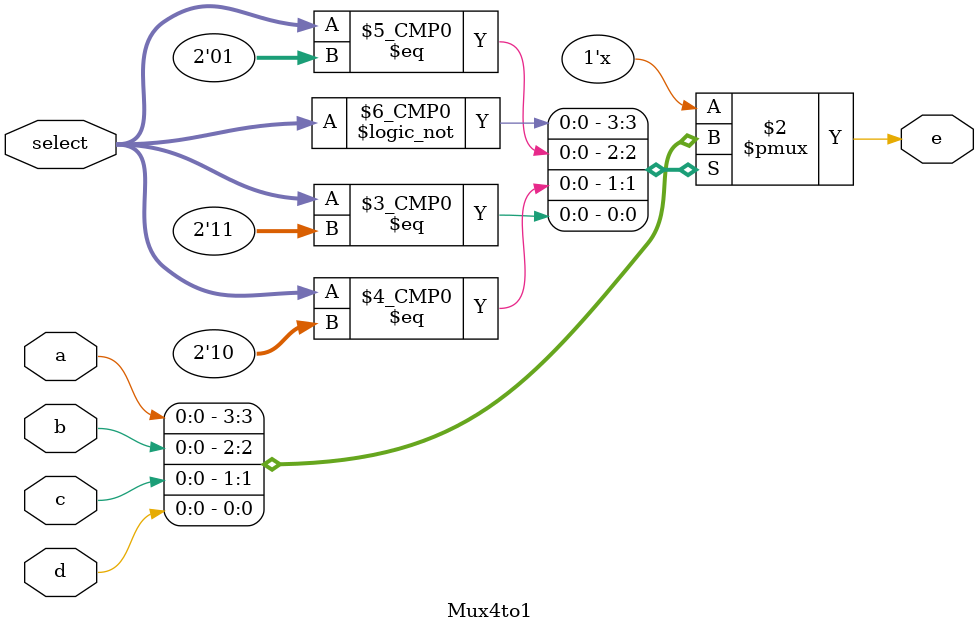
<source format=v>
`timescale 1ns / 1ps

module Mux4to1(
    input a,
    input b,
    input c,
    input d,
    input [1:0]select,
    output e
    );

reg e;

always@*
begin
	case(select)
		0 : e = a;
		1 : e = b;
		2 : e = c;
		3 : e = d;
	endcase
end

endmodule

</source>
